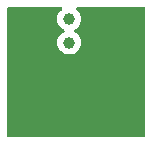
<source format=gbr>
%TF.GenerationSoftware,KiCad,Pcbnew,7.0.10*%
%TF.CreationDate,2024-04-20T21:53:22+01:00*%
%TF.ProjectId,Nano_switch_circuitry,4e616e6f-5f73-4776-9974-63685f636972,rev?*%
%TF.SameCoordinates,Original*%
%TF.FileFunction,Copper,L2,Bot*%
%TF.FilePolarity,Positive*%
%FSLAX46Y46*%
G04 Gerber Fmt 4.6, Leading zero omitted, Abs format (unit mm)*
G04 Created by KiCad (PCBNEW 7.0.10) date 2024-04-20 21:53:22*
%MOMM*%
%LPD*%
G01*
G04 APERTURE LIST*
%TA.AperFunction,WasherPad*%
%ADD10C,1.000000*%
%TD*%
%TA.AperFunction,ViaPad*%
%ADD11C,0.600000*%
%TD*%
%TA.AperFunction,ViaPad*%
%ADD12C,3.000000*%
%TD*%
G04 APERTURE END LIST*
D10*
%TO.P,SW1,*%
%TO.N,*%
X124400000Y-108750000D03*
X124400000Y-110750000D03*
%TD*%
D11*
%TO.N,GND*%
X125000000Y-115000000D03*
X120500000Y-110000000D03*
X120500000Y-108500000D03*
X120500000Y-117500000D03*
X129500000Y-117500000D03*
X129500000Y-108500000D03*
X123650000Y-111875000D03*
D12*
X129250000Y-113500000D03*
X120750000Y-113500000D03*
D11*
X127625000Y-109125000D03*
X127225000Y-112500000D03*
X127225000Y-114500000D03*
X125000000Y-117000000D03*
X122725000Y-114500000D03*
X125875000Y-111375000D03*
X122625000Y-108375000D03*
X126125000Y-108375000D03*
%TD*%
%TA.AperFunction,Conductor*%
%TO.N,GND*%
G36*
X123756405Y-107774185D02*
G01*
X123802160Y-107826989D01*
X123812104Y-107896147D01*
X123783079Y-107959703D01*
X123768031Y-107974353D01*
X123689116Y-108039116D01*
X123564090Y-108191460D01*
X123564086Y-108191467D01*
X123471188Y-108365266D01*
X123413975Y-108553870D01*
X123394659Y-108750000D01*
X123413975Y-108946129D01*
X123471188Y-109134733D01*
X123564086Y-109308532D01*
X123564090Y-109308539D01*
X123689116Y-109460883D01*
X123841460Y-109585909D01*
X123841467Y-109585914D01*
X123943856Y-109640642D01*
X123993701Y-109689604D01*
X124009161Y-109757742D01*
X123985329Y-109823422D01*
X123943856Y-109859358D01*
X123841467Y-109914085D01*
X123841460Y-109914090D01*
X123689116Y-110039116D01*
X123564090Y-110191460D01*
X123564086Y-110191467D01*
X123471188Y-110365266D01*
X123413975Y-110553870D01*
X123394659Y-110750000D01*
X123413975Y-110946129D01*
X123471188Y-111134733D01*
X123564086Y-111308532D01*
X123564090Y-111308539D01*
X123689116Y-111460883D01*
X123841460Y-111585909D01*
X123841467Y-111585913D01*
X124015266Y-111678811D01*
X124015269Y-111678811D01*
X124015273Y-111678814D01*
X124203868Y-111736024D01*
X124400000Y-111755341D01*
X124596132Y-111736024D01*
X124784727Y-111678814D01*
X124958538Y-111585910D01*
X125110883Y-111460883D01*
X125235910Y-111308538D01*
X125328814Y-111134727D01*
X125386024Y-110946132D01*
X125405341Y-110750000D01*
X125386024Y-110553868D01*
X125328814Y-110365273D01*
X125328811Y-110365269D01*
X125328811Y-110365266D01*
X125235913Y-110191467D01*
X125235909Y-110191460D01*
X125110883Y-110039116D01*
X124958539Y-109914090D01*
X124958532Y-109914086D01*
X124856143Y-109859358D01*
X124806299Y-109810396D01*
X124790838Y-109742258D01*
X124814670Y-109676579D01*
X124856143Y-109640642D01*
X124934690Y-109598657D01*
X124958538Y-109585910D01*
X125110883Y-109460883D01*
X125235910Y-109308538D01*
X125328814Y-109134727D01*
X125386024Y-108946132D01*
X125405341Y-108750000D01*
X125386024Y-108553868D01*
X125328814Y-108365273D01*
X125328811Y-108365269D01*
X125328811Y-108365266D01*
X125235913Y-108191467D01*
X125235909Y-108191460D01*
X125110883Y-108039116D01*
X125031969Y-107974353D01*
X124992635Y-107916607D01*
X124990764Y-107846763D01*
X125026952Y-107786994D01*
X125089708Y-107756279D01*
X125110634Y-107754500D01*
X130721500Y-107754500D01*
X130788539Y-107774185D01*
X130834294Y-107826989D01*
X130845500Y-107878500D01*
X130845500Y-118621500D01*
X130825815Y-118688539D01*
X130773011Y-118734294D01*
X130721500Y-118745500D01*
X119278500Y-118745500D01*
X119211461Y-118725815D01*
X119165706Y-118673011D01*
X119154500Y-118621500D01*
X119154500Y-107878500D01*
X119174185Y-107811461D01*
X119226989Y-107765706D01*
X119278500Y-107754500D01*
X123689366Y-107754500D01*
X123756405Y-107774185D01*
G37*
%TD.AperFunction*%
%TD*%
M02*

</source>
